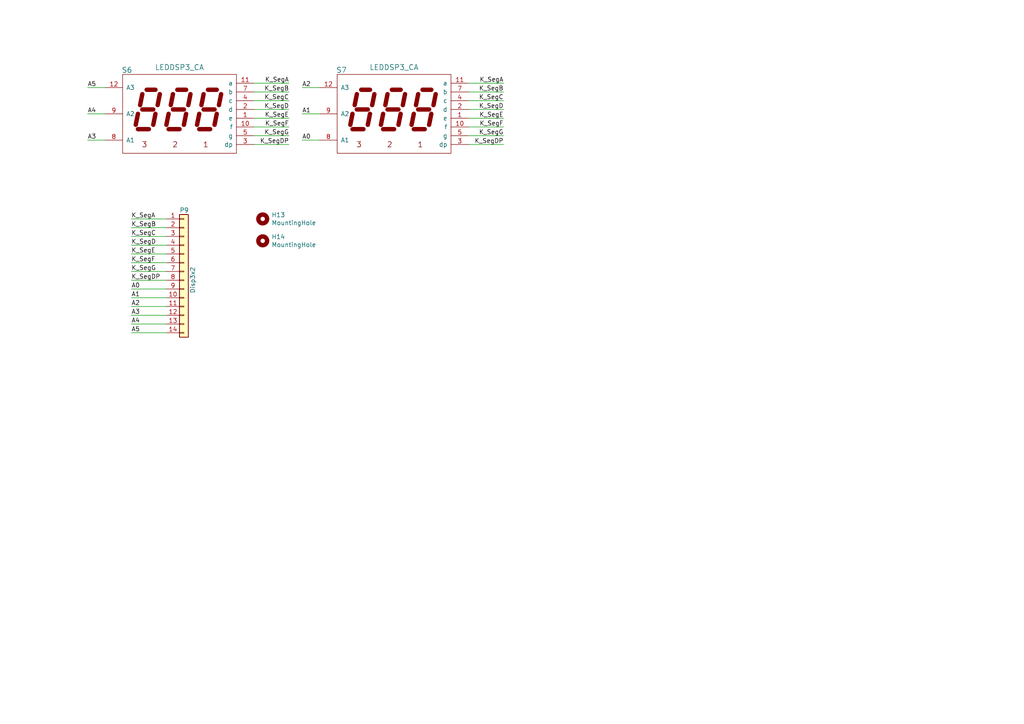
<source format=kicad_sch>
(kicad_sch (version 20211123) (generator eeschema)
  (paper "A4")
  (lib_symbols
    (symbol "Connector_Generic:Conn_01x14" (pin_names (offset 1.016) hide)
      (property "Reference" "J" (at 0 17.78 0))
      (property "Value" "Conn_01x14" (at 0 -20.32 0))
      (symbol "Conn_01x14_1_1"
        (rectangle (start -1.27 -17.653) (end 0 -17.907) (stroke (width 0.1524)))
        (rectangle (start -1.27 -15.113) (end 0 -15.367) (stroke (width 0.1524)))
        (rectangle (start -1.27 -12.573) (end 0 -12.827) (stroke (width 0.1524)))
        (rectangle (start -1.27 -10.033) (end 0 -10.287) (stroke (width 0.1524)))
        (rectangle (start -1.27 -7.493) (end 0 -7.747) (stroke (width 0.1524)))
        (rectangle (start -1.27 -4.953) (end 0 -5.207) (stroke (width 0.1524)))
        (rectangle (start -1.27 -2.413) (end 0 -2.667) (stroke (width 0.1524)))
        (rectangle (start -1.27 0.127) (end 0 -0.127) (stroke (width 0.1524)))
        (rectangle (start -1.27 2.667) (end 0 2.413) (stroke (width 0.1524)))
        (rectangle (start -1.27 5.207) (end 0 4.953) (stroke (width 0.1524)))
        (rectangle (start -1.27 7.747) (end 0 7.493) (stroke (width 0.1524)))
        (rectangle (start -1.27 10.287) (end 0 10.033) (stroke (width 0.1524)))
        (rectangle (start -1.27 12.827) (end 0 12.573) (stroke (width 0.1524)))
        (rectangle (start -1.27 15.367) (end 0 15.113) (stroke (width 0.1524)))
        (rectangle (start -1.27 16.51) (end 1.27 -19.05) (stroke (width 0.254)) (fill (type background)))
        (pin passive line (at -5.08 15.24 0) (length 3.81) (name "Pin_1") (number "1"))
        (pin passive line (at -5.08 -7.62 0) (length 3.81) (name "Pin_10") (number "10"))
        (pin passive line (at -5.08 -10.16 0) (length 3.81) (name "Pin_11") (number "11"))
        (pin passive line (at -5.08 -12.7 0) (length 3.81) (name "Pin_12") (number "12"))
        (pin passive line (at -5.08 -15.24 0) (length 3.81) (name "Pin_13") (number "13"))
        (pin passive line (at -5.08 -17.78 0) (length 3.81) (name "Pin_14") (number "14"))
        (pin passive line (at -5.08 12.7 0) (length 3.81) (name "Pin_2") (number "2"))
        (pin passive line (at -5.08 10.16 0) (length 3.81) (name "Pin_3") (number "3"))
        (pin passive line (at -5.08 7.62 0) (length 3.81) (name "Pin_4") (number "4"))
        (pin passive line (at -5.08 5.08 0) (length 3.81) (name "Pin_5") (number "5"))
        (pin passive line (at -5.08 2.54 0) (length 3.81) (name "Pin_6") (number "6"))
        (pin passive line (at -5.08 0 0) (length 3.81) (name "Pin_7") (number "7"))
        (pin passive line (at -5.08 -2.54 0) (length 3.81) (name "Pin_8") (number "8"))
        (pin passive line (at -5.08 -5.08 0) (length 3.81) (name "Pin_9") (number "9"))
      )
    )
    (symbol "GCC_display:LEDDSP3_CA" (pin_names (offset 1.016))
      (property "Reference" "S" (at -15.24 12.7 0))
      (property "Value" "LEDDSP3_CA" (at 0 -15.24 0))
      (symbol "LEDDSP3_CA_0_0"
        (text "1" (at 7.62 -10.16 0) (effects (font (size 1.524 1.524))))
        (text "2" (at -1.27 -10.16 0) (effects (font (size 1.524 1.524))))
        (text "3" (at -10.16 -10.16 0) (effects (font (size 1.524 1.524))))
      )
      (symbol "LEDDSP3_CA_0_1"
        (rectangle (start -16.51 10.16) (end 16.51 -12.7))
        (polyline (pts (xy -12.065 -5.715) (xy -8.89 -5.715)) (stroke (width 1.27)))
        (polyline (pts (xy -12.065 -1.27) (xy -12.7 -4.445)) (stroke (width 1.27)))
        (polyline (pts (xy -11.43 1.27) (xy -10.795 4.445)) (stroke (width 1.27)))
        (polyline (pts (xy -10.795 0) (xy -7.62 0)) (stroke (width 1.27)))
        (polyline (pts (xy -9.525 5.715) (xy -6.985 5.715)) (stroke (width 1.27)))
        (polyline (pts (xy -6.985 -1.27) (xy -7.62 -4.445)) (stroke (width 1.27)))
        (polyline (pts (xy -6.35 -5.715) (xy -6.35 -5.715)) (stroke (width 1.27)))
        (polyline (pts (xy -6.35 1.27) (xy -5.715 4.445)) (stroke (width 1.27)))
        (polyline (pts (xy -3.175 -5.715) (xy 0 -5.715)) (stroke (width 1.27)))
        (polyline (pts (xy -3.175 -1.27) (xy -3.81 -4.445)) (stroke (width 1.27)))
        (polyline (pts (xy -2.54 1.27) (xy -1.905 4.445)) (stroke (width 1.27)))
        (polyline (pts (xy -1.905 0) (xy 1.27 0)) (stroke (width 1.27)))
        (polyline (pts (xy -0.635 5.715) (xy 1.905 5.715)) (stroke (width 1.27)))
        (polyline (pts (xy 1.905 -1.27) (xy 1.27 -4.445)) (stroke (width 1.27)))
        (polyline (pts (xy 2.54 -5.715) (xy 2.54 -5.715)) (stroke (width 1.27)))
        (polyline (pts (xy 2.54 1.27) (xy 3.175 4.445)) (stroke (width 1.27)))
        (polyline (pts (xy 5.715 -5.715) (xy 8.89 -5.715)) (stroke (width 1.27)))
        (polyline (pts (xy 5.715 -1.27) (xy 5.08 -4.445)) (stroke (width 1.27)))
        (polyline (pts (xy 6.35 1.27) (xy 6.985 4.445)) (stroke (width 1.27)))
        (polyline (pts (xy 6.985 0) (xy 10.16 0)) (stroke (width 1.27)))
        (polyline (pts (xy 8.255 5.715) (xy 10.795 5.715)) (stroke (width 1.27)))
        (polyline (pts (xy 10.795 -1.27) (xy 10.16 -4.445)) (stroke (width 1.27)))
        (polyline (pts (xy 11.43 -5.715) (xy 11.43 -5.715)) (stroke (width 1.27)))
        (polyline (pts (xy 11.43 1.27) (xy 12.065 4.445)) (stroke (width 1.27)))
      )
      (symbol "LEDDSP3_CA_1_1"
        (pin passive line (at 21.59 -2.54 180) (length 5.08) (name "e") (number "1"))
        (pin passive line (at 21.59 -5.08 180) (length 5.08) (name "f") (number "10"))
        (pin passive line (at 21.59 7.62 180) (length 5.08) (name "a") (number "11"))
        (pin passive line (at -21.59 6.35 0) (length 5.08) (name "A3") (number "12"))
        (pin passive line (at 21.59 0 180) (length 5.08) (name "d") (number "2"))
        (pin passive line (at 21.59 -10.16 180) (length 5.08) (name "dp") (number "3"))
        (pin passive line (at 21.59 2.54 180) (length 5.08) (name "c") (number "4"))
        (pin passive line (at 21.59 -7.62 180) (length 5.08) (name "g") (number "5"))
        (pin passive line (at 21.59 5.08 180) (length 5.08) (name "b") (number "7"))
        (pin passive line (at -21.59 -8.89 0) (length 5.08) (name "A1") (number "8"))
        (pin passive line (at -21.59 -1.27 0) (length 5.08) (name "A2") (number "9"))
      )
    )
    (symbol "Mechanical:MountingHole" (pin_names (offset 1.016))
      (property "Reference" "H" (at 0 5.08 0))
      (property "Value" "MountingHole" (at 0 3.175 0))
      (symbol "MountingHole_0_1"
        (circle (center 0 0) (radius 1.27) (stroke (width 1.27)))
      )
    )
  )
  (wire (pts (xy 48.26 96.52) (xy 38.1 96.52)))
  (wire (pts (xy 83.82 41.91) (xy 73.66 41.91)))
  (wire (pts (xy 146.05 34.29) (xy 135.89 34.29)))
  (wire (pts (xy 38.1 68.58) (xy 48.26 68.58)))
  (wire (pts (xy 146.05 26.67) (xy 135.89 26.67)))
  (wire (pts (xy 38.1 78.74) (xy 48.26 78.74)))
  (wire (pts (xy 83.82 34.29) (xy 73.66 34.29)))
  (wire (pts (xy 38.1 73.66) (xy 48.26 73.66)))
  (wire (pts (xy 38.1 76.2) (xy 48.26 76.2)))
  (wire (pts (xy 146.05 24.13) (xy 135.89 24.13)))
  (wire (pts (xy 48.26 93.98) (xy 38.1 93.98)))
  (wire (pts (xy 30.48 40.64) (xy 25.4 40.64)))
  (wire (pts (xy 30.48 33.02) (xy 25.4 33.02)))
  (wire (pts (xy 48.26 83.82) (xy 38.1 83.82)))
  (wire (pts (xy 38.1 66.04) (xy 48.26 66.04)))
  (wire (pts (xy 146.05 39.37) (xy 135.89 39.37)))
  (wire (pts (xy 38.1 71.12) (xy 48.26 71.12)))
  (wire (pts (xy 83.82 36.83) (xy 73.66 36.83)))
  (wire (pts (xy 38.1 81.28) (xy 48.26 81.28)))
  (wire (pts (xy 92.71 40.64) (xy 87.63 40.64)))
  (wire (pts (xy 38.1 63.5) (xy 48.26 63.5)))
  (wire (pts (xy 83.82 31.75) (xy 73.66 31.75)))
  (wire (pts (xy 83.82 29.21) (xy 73.66 29.21)))
  (wire (pts (xy 25.4 25.4) (xy 30.48 25.4)))
  (wire (pts (xy 92.71 33.02) (xy 87.63 33.02)))
  (wire (pts (xy 48.26 86.36) (xy 38.1 86.36)))
  (wire (pts (xy 146.05 29.21) (xy 135.89 29.21)))
  (wire (pts (xy 83.82 24.13) (xy 73.66 24.13)))
  (wire (pts (xy 146.05 31.75) (xy 135.89 31.75)))
  (wire (pts (xy 48.26 91.44) (xy 38.1 91.44)))
  (wire (pts (xy 146.05 36.83) (xy 135.89 36.83)))
  (wire (pts (xy 87.63 25.4) (xy 92.71 25.4)))
  (wire (pts (xy 83.82 39.37) (xy 73.66 39.37)))
  (wire (pts (xy 48.26 88.9) (xy 38.1 88.9)))
  (wire (pts (xy 146.05 41.91) (xy 135.89 41.91)))
  (wire (pts (xy 83.82 26.67) (xy 73.66 26.67)))
  (label "K_SegB" (at 146.05 26.67 180))
  (label "A3" (at 38.1 91.44 0))
  (label "A2" (at 38.1 88.9 0))
  (label "K_SegF" (at 38.1 76.2 0))
  (label "A2" (at 87.63 25.4 0))
  (label "A3" (at 25.4 40.64 0))
  (label "A1" (at 87.63 33.02 0))
  (label "K_SegD" (at 38.1 71.12 0))
  (label "K_SegA" (at 38.1 63.5 0))
  (label "A4" (at 38.1 93.98 0))
  (label "A4" (at 25.4 33.02 0))
  (label "K_SegF" (at 146.05 36.83 180))
  (label "K_SegF" (at 83.82 36.83 180))
  (label "K_SegC" (at 146.05 29.21 180))
  (label "K_SegDP" (at 38.1 81.28 0))
  (label "A0" (at 38.1 83.82 0))
  (label "K_SegE" (at 83.82 34.29 180))
  (label "K_SegA" (at 146.05 24.13 180))
  (label "K_SegG" (at 38.1 78.74 0))
  (label "A1" (at 38.1 86.36 0))
  (label "K_SegC" (at 38.1 68.58 0))
  (label "K_SegB" (at 83.82 26.67 180))
  (label "A5" (at 38.1 96.52 0))
  (label "K_SegB" (at 38.1 66.04 0))
  (label "K_SegG" (at 83.82 39.37 180))
  (label "K_SegDP" (at 83.82 41.91 180))
  (label "K_SegDP" (at 146.05 41.91 180))
  (label "K_SegA" (at 83.82 24.13 180))
  (label "A0" (at 87.63 40.64 0))
  (label "K_SegC" (at 83.82 29.21 180))
  (label "K_SegD" (at 83.82 31.75 180))
  (label "K_SegD" (at 146.05 31.75 180))
  (label "K_SegG" (at 146.05 39.37 180))
  (label "A5" (at 25.4 25.4 0))
  (label "K_SegE" (at 146.05 34.29 180))
  (label "K_SegE" (at 38.1 73.66 0))
  (symbol (lib_id "GCC_display:LEDDSP3_CA") (at 52.07 31.75 0) (unit 1)
    (property "Reference" "S6" (at 36.83 20.32 0) (effects (font (size 1.524 1.524))))
    (property "Value" "LEDDSP3_CA" (at 52.07 19.5326 0) (effects (font (size 1.524 1.524))))
    (property "Footprint" "GCC_Display:Disp7s3x_036" (effects hide))
  )
  (symbol (lib_id "GCC_display:LEDDSP3_CA") (at 114.3 31.75 0) (unit 1)
    (property "Reference" "S7" (at 99.06 20.32 0) (effects (font (size 1.524 1.524))))
    (property "Value" "LEDDSP3_CA" (at 114.3 19.5326 0) (effects (font (size 1.524 1.524))))
    (property "Footprint" "GCC_Display:Disp7s3x_036" (effects hide))
  )
  (symbol (lib_id "Connector_Generic:Conn_01x14") (at 53.34 78.74 0) (unit 1)
    (property "Reference" "P9" (at 52.07 60.96 0) (effects (justify left)))
    (property "Value" "Disp3x2" (at 55.88 85.09 90) (effects (justify left)))
    (property "Footprint" "Connector_IDC:IDC-Header_2x07_P2.54mm_Vertical" (effects hide))
  )
  (symbol (lib_id "Mechanical:MountingHole") (at 76.2 63.5 0) (unit 1)
    (property "Reference" "H13" (at 78.74 62.3316 0) (effects (justify left)))
    (property "Value" "MountingHole" (at 78.74 64.643 0) (effects (justify left)))
    (property "Footprint" "GCC_holes:Hole3mm" (effects hide))
  )
  (symbol (lib_id "Mechanical:MountingHole") (at 76.2 69.85 0) (unit 1)
    (property "Reference" "H14" (at 78.74 68.6816 0) (effects (justify left)))
    (property "Value" "MountingHole" (at 78.74 70.993 0) (effects (justify left)))
    (property "Footprint" "GCC_holes:Hole3mm" (effects hide))
  )
)
</source>
